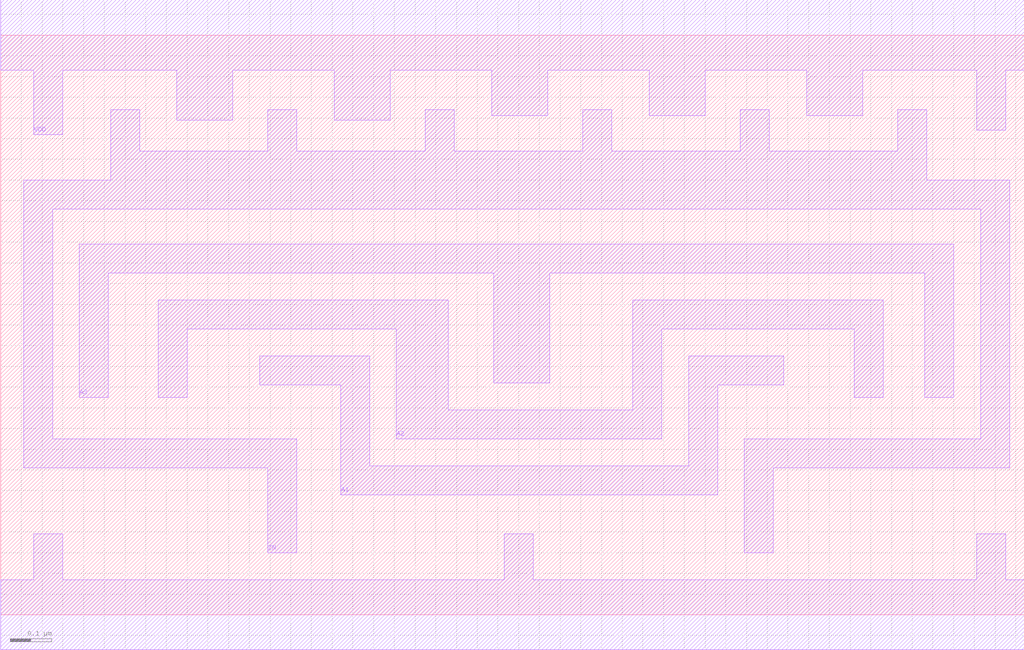
<source format=lef>
# 
# ******************************************************************************
# *                                                                            *
# *                   Copyright (C) 2004-2010, Nangate Inc.                    *
# *                           All rights reserved.                             *
# *                                                                            *
# * Nangate and the Nangate logo are trademarks of Nangate Inc.                *
# *                                                                            *
# * All trademarks, logos, software marks, and trade names (collectively the   *
# * "Marks") in this program are proprietary to Nangate or other respective    *
# * owners that have granted Nangate the right and license to use such Marks.  *
# * You are not permitted to use the Marks without the prior written consent   *
# * of Nangate or such third party that may own the Marks.                     *
# *                                                                            *
# * This file has been provided pursuant to a License Agreement containing     *
# * restrictions on its use. This file contains valuable trade secrets and     *
# * proprietary information of Nangate Inc., and is protected by U.S. and      *
# * international laws and/or treaties.                                        *
# *                                                                            *
# * The copyright notice(s) in this file does not indicate actual or intended  *
# * publication of this file.                                                  *
# *                                                                            *
# *     NGLibraryCreator, v2010.08-HR32-SP3-2010-08-05 - build 1009061800      *
# *                                                                            *
# ******************************************************************************
# 
# 
# Running on brazil06.nangate.com.br for user Giancarlo Franciscatto (gfr).
# Local time is now Fri, 3 Dec 2010, 19:32:18.
# Main process id is 27821.

VERSION 5.6 ;
BUSBITCHARS "[]" ;
DIVIDERCHAR "/" ;

MACRO NAND3_X4
  CLASS core ;
  FOREIGN NAND3_X4 0.0 0.0 ;
  ORIGIN 0 0 ;
  SYMMETRY X Y ;
  SITE FreePDK45_38x28_10R_NP_162NW_34O ;
  SIZE 2.47 BY 1.4 ;
  PIN A1
    DIRECTION INPUT ;
    ANTENNAPARTIALMETALAREA 0.12565 LAYER metal1 ;
    ANTENNAPARTIALMETALSIDEAREA 0.4849 LAYER metal1 ;
    ANTENNAGATEAREA 0.209 ;
    PORT
      LAYER metal1 ;
        POLYGON 0.625 0.555 0.82 0.555 0.82 0.29 1.73 0.29 1.73 0.555 1.89 0.555 1.89 0.625 1.66 0.625 1.66 0.36 0.89 0.36 0.89 0.625 0.625 0.625  ;
    END
  END A1
  PIN A2
    DIRECTION INPUT ;
    ANTENNAPARTIALMETALAREA 0.197275 LAYER metal1 ;
    ANTENNAPARTIALMETALSIDEAREA 0.6968 LAYER metal1 ;
    ANTENNAGATEAREA 0.209 ;
    PORT
      LAYER metal1 ;
        POLYGON 0.38 0.525 0.45 0.525 0.45 0.69 0.955 0.69 0.955 0.425 1.595 0.425 1.595 0.69 2.06 0.69 2.06 0.525 2.13 0.525 2.13 0.76 1.525 0.76 1.525 0.495 1.08 0.495 1.08 0.76 0.38 0.76  ;
    END
  END A2
  PIN A3
    DIRECTION INPUT ;
    ANTENNAPARTIALMETALAREA 0.225475 LAYER metal1 ;
    ANTENNAPARTIALMETALSIDEAREA 0.7917 LAYER metal1 ;
    ANTENNAGATEAREA 0.209 ;
    PORT
      LAYER metal1 ;
        POLYGON 0.19 0.525 0.26 0.525 0.26 0.825 1.19 0.825 1.19 0.56 1.325 0.56 1.325 0.825 2.23 0.825 2.23 0.525 2.3 0.525 2.3 0.895 0.19 0.895  ;
    END
  END A3
  PIN ZN
    DIRECTION OUTPUT ;
    ANTENNAPARTIALMETALAREA 0.5439 LAYER metal1 ;
    ANTENNAPARTIALMETALSIDEAREA 1.5444 LAYER metal1 ;
    ANTENNADIFFAREA 0.6454 ;
    PORT
      LAYER metal1 ;
        POLYGON 0.125 0.98 2.365 0.98 2.365 0.425 1.795 0.425 1.795 0.15 1.865 0.15 1.865 0.355 2.435 0.355 2.435 1.05 2.235 1.05 2.235 1.22 2.165 1.22 2.165 1.12 1.855 1.12 1.855 1.22 1.785 1.22 1.785 1.12 1.475 1.12 1.475 1.22 1.405 1.22 1.405 1.12 1.095 1.12 1.095 1.22 1.025 1.22 1.025 1.12 0.715 1.12 0.715 1.22 0.645 1.22 0.645 1.12 0.335 1.12 0.335 1.22 0.265 1.22 0.265 1.05 0.055 1.05 0.055 0.355 0.645 0.355 0.645 0.15 0.715 0.15 0.715 0.425 0.125 0.425  ;
    END
  END ZN
  PIN VDD
    DIRECTION INOUT ;
    USE power ;
    SHAPE ABUTMENT ;
    PORT
      LAYER metal1 ;
        POLYGON 0 1.315 0.08 1.315 0.08 1.16 0.15 1.16 0.15 1.315 0.425 1.315 0.425 1.195 0.56 1.195 0.56 1.315 0.805 1.315 0.805 1.195 0.94 1.195 0.94 1.315 1.185 1.315 1.185 1.205 1.32 1.205 1.32 1.315 1.565 1.315 1.565 1.205 1.7 1.205 1.7 1.315 1.945 1.315 1.945 1.205 2.08 1.205 2.08 1.315 2.355 1.315 2.355 1.17 2.425 1.17 2.425 1.315 2.47 1.315 2.47 1.485 0 1.485  ;
    END
  END VDD
  PIN VSS
    DIRECTION INOUT ;
    USE ground ;
    SHAPE ABUTMENT ;
    PORT
      LAYER metal1 ;
        POLYGON 0 -0.085 2.47 -0.085 2.47 0.085 2.425 0.085 2.425 0.195 2.355 0.195 2.355 0.085 1.285 0.085 1.285 0.195 1.215 0.195 1.215 0.085 0.15 0.085 0.15 0.195 0.08 0.195 0.08 0.085 0 0.085  ;
    END
  END VSS
END NAND3_X4

END LIBRARY
#
# End of file
#

</source>
